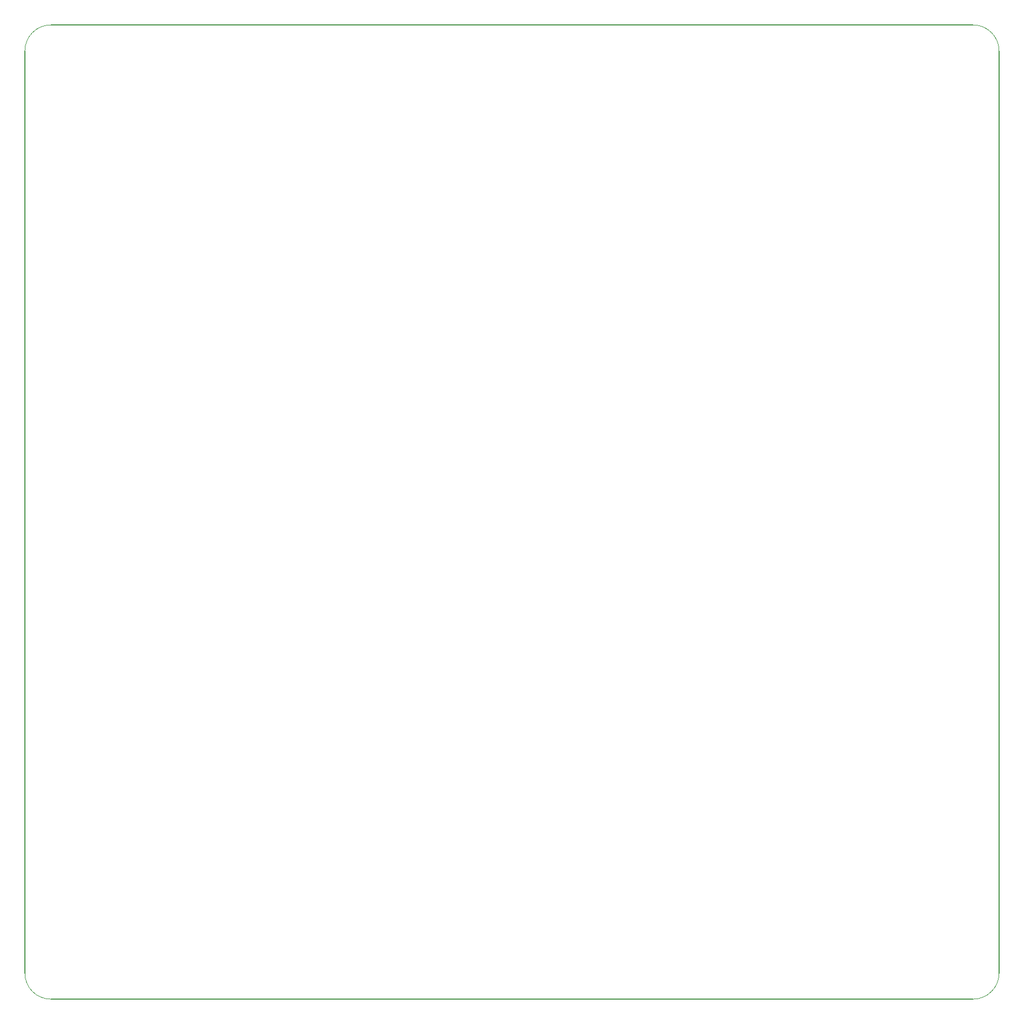
<source format=gbr>
%TF.GenerationSoftware,KiCad,Pcbnew,(5.1.10)-1*%
%TF.CreationDate,2021-12-10T12:48:03-06:00*%
%TF.ProjectId,BMS_2022_Rev1,424d535f-3230-4323-925f-526576312e6b,rev?*%
%TF.SameCoordinates,Original*%
%TF.FileFunction,Profile,NP*%
%FSLAX46Y46*%
G04 Gerber Fmt 4.6, Leading zero omitted, Abs format (unit mm)*
G04 Created by KiCad (PCBNEW (5.1.10)-1) date 2021-12-10 12:48:03*
%MOMM*%
%LPD*%
G01*
G04 APERTURE LIST*
%TA.AperFunction,Profile*%
%ADD10C,0.100000*%
%TD*%
%TA.AperFunction,Profile*%
%ADD11C,0.150000*%
%TD*%
G04 APERTURE END LIST*
D10*
X30480000Y-28194000D02*
G75*
G02*
X34544000Y-24130000I4064000J0D01*
G01*
X182880000Y-172466000D02*
G75*
G02*
X178816000Y-176530000I-4064000J0D01*
G01*
X178816000Y-24130000D02*
G75*
G02*
X182880000Y-28194000I0J-4064000D01*
G01*
X34544000Y-176530000D02*
G75*
G02*
X30480000Y-172466000I0J4064000D01*
G01*
D11*
X30480000Y-172466000D02*
X30480000Y-28194000D01*
X178816000Y-176530000D02*
X34544000Y-176530000D01*
X182880000Y-28194000D02*
X182880000Y-172466000D01*
X34544000Y-24130000D02*
X178816000Y-24130000D01*
M02*

</source>
